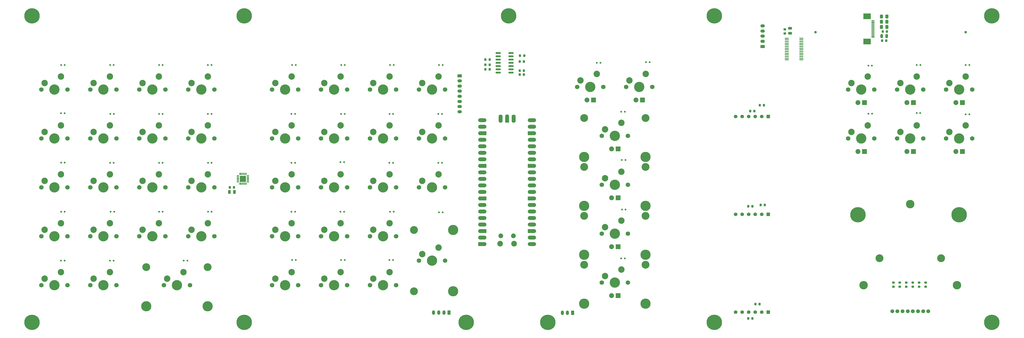
<source format=gbr>
%TF.GenerationSoftware,KiCad,Pcbnew,9.0.0*%
%TF.CreationDate,2025-03-10T19:04:21-04:00*%
%TF.ProjectId,cnc-hmi,636e632d-686d-4692-9e6b-696361645f70,rev?*%
%TF.SameCoordinates,Original*%
%TF.FileFunction,Soldermask,Bot*%
%TF.FilePolarity,Negative*%
%FSLAX46Y46*%
G04 Gerber Fmt 4.6, Leading zero omitted, Abs format (unit mm)*
G04 Created by KiCad (PCBNEW 9.0.0) date 2025-03-10 19:04:21*
%MOMM*%
%LPD*%
G01*
G04 APERTURE LIST*
G04 Aperture macros list*
%AMRoundRect*
0 Rectangle with rounded corners*
0 $1 Rounding radius*
0 $2 $3 $4 $5 $6 $7 $8 $9 X,Y pos of 4 corners*
0 Add a 4 corners polygon primitive as box body*
4,1,4,$2,$3,$4,$5,$6,$7,$8,$9,$2,$3,0*
0 Add four circle primitives for the rounded corners*
1,1,$1+$1,$2,$3*
1,1,$1+$1,$4,$5*
1,1,$1+$1,$6,$7*
1,1,$1+$1,$8,$9*
0 Add four rect primitives between the rounded corners*
20,1,$1+$1,$2,$3,$4,$5,0*
20,1,$1+$1,$4,$5,$6,$7,0*
20,1,$1+$1,$6,$7,$8,$9,0*
20,1,$1+$1,$8,$9,$2,$3,0*%
%AMFreePoly0*
4,1,37,0.800000,0.796148,0.878414,0.796148,1.032228,0.765552,1.177117,0.705537,1.307515,0.618408,1.418408,0.507515,1.505537,0.377117,1.565552,0.232228,1.596148,0.078414,1.596148,-0.078414,1.565552,-0.232228,1.505537,-0.377117,1.418408,-0.507515,1.307515,-0.618408,1.177117,-0.705537,1.032228,-0.765552,0.878414,-0.796148,0.800000,-0.796148,0.800000,-0.800000,-1.400000,-0.800000,
-1.403843,-0.796157,-1.439018,-0.796157,-1.511114,-0.766294,-1.566294,-0.711114,-1.596157,-0.639018,-1.596157,-0.603843,-1.600000,-0.600000,-1.600000,0.600000,-1.596157,0.603843,-1.596157,0.639018,-1.566294,0.711114,-1.511114,0.766294,-1.439018,0.796157,-1.403843,0.796157,-1.400000,0.800000,0.800000,0.800000,0.800000,0.796148,0.800000,0.796148,$1*%
%AMFreePoly1*
4,1,37,1.403843,0.796157,1.439018,0.796157,1.511114,0.766294,1.566294,0.711114,1.596157,0.639018,1.596157,0.603843,1.600000,0.600000,1.600000,-0.600000,1.596157,-0.603843,1.596157,-0.639018,1.566294,-0.711114,1.511114,-0.766294,1.439018,-0.796157,1.403843,-0.796157,1.400000,-0.800000,-0.800000,-0.800000,-0.800000,-0.796148,-0.878414,-0.796148,-1.032228,-0.765552,-1.177117,-0.705537,
-1.307515,-0.618408,-1.418408,-0.507515,-1.505537,-0.377117,-1.565552,-0.232228,-1.596148,-0.078414,-1.596148,0.078414,-1.565552,0.232228,-1.505537,0.377117,-1.418408,0.507515,-1.307515,0.618408,-1.177117,0.705537,-1.032228,0.765552,-0.878414,0.796148,-0.800000,0.796148,-0.800000,0.800000,1.400000,0.800000,1.403843,0.796157,1.403843,0.796157,$1*%
%AMFreePoly2*
4,1,37,1.600000,0.796148,1.678414,0.796148,1.832228,0.765552,1.977117,0.705537,2.107515,0.618408,2.218408,0.507515,2.305537,0.377117,2.365552,0.232228,2.396148,0.078414,2.396148,-0.078414,2.365552,-0.232228,2.305537,-0.377117,2.218408,-0.507515,2.107515,-0.618408,1.977117,-0.705537,1.832228,-0.765552,1.678414,-0.796148,1.600000,-0.796148,1.600000,-0.800000,-0.600000,-0.800000,
-0.603843,-0.796157,-0.639018,-0.796157,-0.711114,-0.766294,-0.766294,-0.711114,-0.796157,-0.639018,-0.796157,-0.603843,-0.800000,-0.600000,-0.800000,0.600000,-0.796157,0.603843,-0.796157,0.639018,-0.766294,0.711114,-0.711114,0.766294,-0.639018,0.796157,-0.603843,0.796157,-0.600000,0.800000,1.600000,0.800000,1.600000,0.796148,1.600000,0.796148,$1*%
G04 Aperture macros list end*
%ADD10C,1.750000*%
%ADD11C,4.000000*%
%ADD12C,2.500000*%
%ADD13C,3.048000*%
%ADD14C,3.987800*%
%ADD15R,1.905000X1.905000*%
%ADD16C,1.905000*%
%ADD17C,6.000000*%
%ADD18C,1.000000*%
%ADD19R,1.416000X1.416000*%
%ADD20C,1.416000*%
%ADD21C,3.300000*%
%ADD22C,3.050000*%
%ADD23C,1.500000*%
%ADD24RoundRect,0.225000X-0.225000X-0.250000X0.225000X-0.250000X0.225000X0.250000X-0.225000X0.250000X0*%
%ADD25RoundRect,0.150000X0.150000X0.200000X-0.150000X0.200000X-0.150000X-0.200000X0.150000X-0.200000X0*%
%ADD26RoundRect,0.200000X0.200000X0.275000X-0.200000X0.275000X-0.200000X-0.275000X0.200000X-0.275000X0*%
%ADD27R,3.000000X2.179000*%
%ADD28R,1.250000X0.300000*%
%ADD29RoundRect,0.250000X0.350000X0.625000X-0.350000X0.625000X-0.350000X-0.625000X0.350000X-0.625000X0*%
%ADD30O,1.200000X1.750000*%
%ADD31RoundRect,0.250000X0.337500X0.475000X-0.337500X0.475000X-0.337500X-0.475000X0.337500X-0.475000X0*%
%ADD32RoundRect,0.200000X-0.275000X0.200000X-0.275000X-0.200000X0.275000X-0.200000X0.275000X0.200000X0*%
%ADD33RoundRect,0.250000X0.475000X-0.250000X0.475000X0.250000X-0.475000X0.250000X-0.475000X-0.250000X0*%
%ADD34RoundRect,0.250000X-0.250000X-0.475000X0.250000X-0.475000X0.250000X0.475000X-0.250000X0.475000X0*%
%ADD35RoundRect,0.250000X-0.625000X0.350000X-0.625000X-0.350000X0.625000X-0.350000X0.625000X0.350000X0*%
%ADD36O,1.750000X1.200000*%
%ADD37RoundRect,0.225000X0.250000X-0.225000X0.250000X0.225000X-0.250000X0.225000X-0.250000X-0.225000X0*%
%ADD38C,2.200000*%
%ADD39C,1.850000*%
%ADD40FreePoly0,0.000000*%
%ADD41RoundRect,0.800000X-0.800000X-0.000010X0.800000X-0.000010X0.800000X0.000010X-0.800000X0.000010X0*%
%ADD42FreePoly1,0.000000*%
%ADD43RoundRect,0.800000X-0.000010X0.800000X-0.000010X-0.800000X0.000010X-0.800000X0.000010X0.800000X0*%
%ADD44FreePoly2,90.000000*%
%ADD45RoundRect,0.150000X0.825000X0.150000X-0.825000X0.150000X-0.825000X-0.150000X0.825000X-0.150000X0*%
%ADD46RoundRect,0.200000X-0.200000X-0.275000X0.200000X-0.275000X0.200000X0.275000X-0.200000X0.275000X0*%
%ADD47RoundRect,0.032500X-0.097500X0.387500X-0.097500X-0.387500X0.097500X-0.387500X0.097500X0.387500X0*%
%ADD48RoundRect,0.032500X-0.387500X0.097500X-0.387500X-0.097500X0.387500X-0.097500X0.387500X0.097500X0*%
%ADD49R,2.450000X2.450000*%
%ADD50RoundRect,0.051250X0.733750X0.153750X-0.733750X0.153750X-0.733750X-0.153750X0.733750X-0.153750X0*%
%ADD51RoundRect,0.250000X0.625000X-0.350000X0.625000X0.350000X-0.625000X0.350000X-0.625000X-0.350000X0*%
%ADD52RoundRect,0.225000X0.225000X0.250000X-0.225000X0.250000X-0.225000X-0.250000X0.225000X-0.250000X0*%
G04 APERTURE END LIST*
D10*
%TO.C,SW50*%
X256540000Y-75225000D03*
D11*
X261620000Y-75225000D03*
D10*
X266700000Y-75225000D03*
D12*
X257810000Y-72685000D03*
X264160000Y-70145000D03*
%TD*%
D10*
%TO.C,SW12*%
X175895000Y-114300000D03*
D11*
X180975000Y-114300000D03*
D10*
X186055000Y-114300000D03*
D12*
X177165000Y-111760000D03*
X183515000Y-109220000D03*
%TD*%
D10*
%TO.C,SW3*%
X156845000Y-76200000D03*
D11*
X161925000Y-76200000D03*
D10*
X167005000Y-76200000D03*
D12*
X158115000Y-73660000D03*
X164465000Y-71120000D03*
%TD*%
D10*
%TO.C,SW6*%
X137795000Y-95250000D03*
D11*
X142875000Y-95250000D03*
D10*
X147955000Y-95250000D03*
D12*
X139065000Y-92710000D03*
X145415000Y-90170000D03*
%TD*%
D13*
%TO.C,ST6*%
X240157000Y-87290000D03*
D14*
X240157000Y-102500000D03*
D13*
X264033000Y-87290000D03*
D14*
X264033000Y-102500000D03*
%TD*%
D10*
%TO.C,SW16*%
X175895000Y-142875000D03*
D11*
X180975000Y-142875000D03*
D10*
X186055000Y-142875000D03*
D12*
X177165000Y-140335000D03*
X183515000Y-137795000D03*
%TD*%
D15*
%TO.C,LED6*%
X387350000Y-100330000D03*
D16*
X384810000Y-100330000D03*
%TD*%
D10*
%TO.C,SW48*%
X247015000Y-151425000D03*
D11*
X252095000Y-151425000D03*
D10*
X257175000Y-151425000D03*
D12*
X248285000Y-148885000D03*
X254635000Y-146345000D03*
%TD*%
D10*
%TO.C,SW26*%
X67118000Y-95250000D03*
D11*
X72198000Y-95250000D03*
D10*
X77278000Y-95250000D03*
D12*
X68388000Y-92710000D03*
X74738000Y-90170000D03*
%TD*%
D10*
%TO.C,SW8*%
X175895000Y-95250000D03*
D11*
X180975000Y-95250000D03*
D10*
X186055000Y-95250000D03*
D12*
X177165000Y-92710000D03*
X183515000Y-90170000D03*
%TD*%
D17*
%TO.C,H10*%
X398780000Y-47498000D03*
%TD*%
D10*
%TO.C,SW9*%
X118745000Y-114300000D03*
D11*
X123825000Y-114300000D03*
D10*
X128905000Y-114300000D03*
D12*
X120015000Y-111760000D03*
X126365000Y-109220000D03*
%TD*%
D17*
%TO.C,H11*%
X398780000Y-166878000D03*
%TD*%
D10*
%TO.C,SW38*%
X76643000Y-152400000D03*
D11*
X81723000Y-152400000D03*
D10*
X86803000Y-152400000D03*
D12*
X77913000Y-149860000D03*
X84263000Y-147320000D03*
%TD*%
D15*
%TO.C,LED2*%
X368300000Y-81280000D03*
D16*
X365760000Y-81280000D03*
%TD*%
D10*
%TO.C,SW49*%
X237490000Y-75225000D03*
D11*
X242570000Y-75225000D03*
D10*
X247650000Y-75225000D03*
D12*
X238760000Y-72685000D03*
X245110000Y-70145000D03*
%TD*%
D15*
%TO.C,LED5*%
X368300000Y-100330000D03*
D16*
X365760000Y-100330000D03*
%TD*%
D10*
%TO.C,SW22*%
X67118000Y-76200000D03*
D11*
X72198000Y-76200000D03*
D10*
X77278000Y-76200000D03*
D12*
X68388000Y-73660000D03*
X74738000Y-71120000D03*
%TD*%
D18*
%TO.C,H16*%
X330200000Y-53848000D03*
%TD*%
D10*
%TO.C,SW34*%
X67118000Y-133350000D03*
D11*
X72198000Y-133350000D03*
D10*
X77278000Y-133350000D03*
D12*
X68388000Y-130810000D03*
X74738000Y-128270000D03*
%TD*%
D10*
%TO.C,SW29*%
X48068000Y-114300000D03*
D11*
X53148000Y-114300000D03*
D10*
X58228000Y-114300000D03*
D12*
X49338000Y-111760000D03*
X55688000Y-109220000D03*
%TD*%
D10*
%TO.C,SW13*%
X118745000Y-133350000D03*
D11*
X123825000Y-133350000D03*
D10*
X128905000Y-133350000D03*
D12*
X120015000Y-130810000D03*
X126365000Y-128270000D03*
%TD*%
D10*
%TO.C,SW20*%
X29018000Y-76200000D03*
D11*
X34098000Y-76200000D03*
D10*
X39178000Y-76200000D03*
D12*
X30288000Y-73660000D03*
X36638000Y-71120000D03*
%TD*%
D10*
%TO.C,SW24*%
X29018000Y-95250000D03*
D11*
X34098000Y-95250000D03*
D10*
X39178000Y-95250000D03*
D12*
X30288000Y-92710000D03*
X36638000Y-90170000D03*
%TD*%
D10*
%TO.C,SW23*%
X86168000Y-76200000D03*
D11*
X91248000Y-76200000D03*
D10*
X96328000Y-76200000D03*
D12*
X87438000Y-73660000D03*
X93788000Y-71120000D03*
%TD*%
D10*
%TO.C,SW44*%
X381000000Y-95250000D03*
D11*
X386080000Y-95250000D03*
D10*
X391160000Y-95250000D03*
D12*
X382270000Y-92710000D03*
X388620000Y-90170000D03*
%TD*%
D10*
%TO.C,SW31*%
X86168000Y-114300000D03*
D11*
X91248000Y-114300000D03*
D10*
X96328000Y-114300000D03*
D12*
X87438000Y-111760000D03*
X93788000Y-109220000D03*
%TD*%
D10*
%TO.C,SW30*%
X67118000Y-114300000D03*
D11*
X72198000Y-114300000D03*
D10*
X77278000Y-114300000D03*
D12*
X68388000Y-111760000D03*
X74738000Y-109220000D03*
%TD*%
D10*
%TO.C,SW35*%
X86168000Y-133350000D03*
D11*
X91248000Y-133350000D03*
D10*
X96328000Y-133350000D03*
D12*
X87438000Y-130810000D03*
X93788000Y-128270000D03*
%TD*%
D15*
%TO.C,LED12*%
X253365000Y-156505000D03*
D16*
X250825000Y-156505000D03*
%TD*%
D19*
%TO.C,S3*%
X311785000Y-162945000D03*
D20*
X309245000Y-162945000D03*
X306705000Y-162945000D03*
X304165000Y-162945000D03*
X301625000Y-162945000D03*
X299085000Y-162945000D03*
%TD*%
D13*
%TO.C,ST1*%
X173990000Y-154813000D03*
D14*
X189200000Y-154813000D03*
D13*
X173990000Y-130937000D03*
D14*
X189200000Y-130937000D03*
%TD*%
D10*
%TO.C,SW10*%
X137795000Y-114300000D03*
D11*
X142875000Y-114300000D03*
D10*
X147955000Y-114300000D03*
D12*
X139065000Y-111760000D03*
X145415000Y-109220000D03*
%TD*%
D15*
%TO.C,LED4*%
X349250000Y-100330000D03*
D16*
X346710000Y-100330000D03*
%TD*%
D10*
%TO.C,SW43*%
X361950000Y-95250000D03*
D11*
X367030000Y-95250000D03*
D10*
X372110000Y-95250000D03*
D12*
X363220000Y-92710000D03*
X369570000Y-90170000D03*
%TD*%
D10*
%TO.C,SW4*%
X175895000Y-76200000D03*
D11*
X180975000Y-76200000D03*
D10*
X186055000Y-76200000D03*
D12*
X177165000Y-73660000D03*
X183515000Y-71120000D03*
%TD*%
D10*
%TO.C,SW32*%
X29018000Y-133350000D03*
D11*
X34098000Y-133350000D03*
D10*
X39178000Y-133350000D03*
D12*
X30288000Y-130810000D03*
X36638000Y-128270000D03*
%TD*%
D10*
%TO.C,SW1*%
X118745000Y-76200000D03*
D11*
X123825000Y-76200000D03*
D10*
X128905000Y-76200000D03*
D12*
X120015000Y-73660000D03*
X126365000Y-71120000D03*
%TD*%
D18*
%TO.C,H17*%
X388620000Y-53848000D03*
%TD*%
D10*
%TO.C,SW21*%
X48068000Y-76200000D03*
D11*
X53148000Y-76200000D03*
D10*
X58228000Y-76200000D03*
D12*
X49338000Y-73660000D03*
X55688000Y-71120000D03*
%TD*%
D10*
%TO.C,SW36*%
X29018000Y-152400000D03*
D11*
X34098000Y-152400000D03*
D10*
X39178000Y-152400000D03*
D12*
X30288000Y-149860000D03*
X36638000Y-147320000D03*
%TD*%
D10*
%TO.C,SW41*%
X381000000Y-76200000D03*
D11*
X386080000Y-76200000D03*
D10*
X391160000Y-76200000D03*
D12*
X382270000Y-73660000D03*
X388620000Y-71120000D03*
%TD*%
D17*
%TO.C,H9*%
X290830000Y-47498000D03*
%TD*%
D15*
%TO.C,LED8*%
X262890000Y-80305000D03*
D16*
X260350000Y-80305000D03*
%TD*%
D10*
%TO.C,SW25*%
X48068000Y-95250000D03*
D11*
X53148000Y-95250000D03*
D10*
X58228000Y-95250000D03*
D12*
X49338000Y-92710000D03*
X55688000Y-90170000D03*
%TD*%
D13*
%TO.C,ST4*%
X240157000Y-125390000D03*
D14*
X240157000Y-140600000D03*
D13*
X264033000Y-125390000D03*
D14*
X264033000Y-140600000D03*
%TD*%
D10*
%TO.C,SW18*%
X137795000Y-152400000D03*
D11*
X142875000Y-152400000D03*
D10*
X147955000Y-152400000D03*
D12*
X139065000Y-149860000D03*
X145415000Y-147320000D03*
%TD*%
D15*
%TO.C,LED3*%
X387350000Y-81280000D03*
D16*
X384810000Y-81280000D03*
%TD*%
D10*
%TO.C,SW28*%
X29018000Y-114300000D03*
D11*
X34098000Y-114300000D03*
D10*
X39178000Y-114300000D03*
D12*
X30288000Y-111760000D03*
X36638000Y-109220000D03*
%TD*%
D17*
%TO.C,H2*%
X25400000Y-166878000D03*
%TD*%
%TO.C,H4*%
X107950000Y-166878000D03*
%TD*%
D10*
%TO.C,SW27*%
X86168000Y-95250000D03*
D11*
X91248000Y-95250000D03*
D10*
X96328000Y-95250000D03*
D12*
X87438000Y-92710000D03*
X93788000Y-90170000D03*
%TD*%
D17*
%TO.C,H3*%
X107950000Y-47498000D03*
%TD*%
D10*
%TO.C,SW40*%
X361950000Y-76200000D03*
D11*
X367030000Y-76200000D03*
D10*
X372110000Y-76200000D03*
D12*
X363220000Y-73660000D03*
X369570000Y-71120000D03*
%TD*%
D15*
%TO.C,LED10*%
X253365000Y-118405000D03*
D16*
X250825000Y-118405000D03*
%TD*%
D15*
%TO.C,LED7*%
X243840000Y-80305000D03*
D16*
X241300000Y-80305000D03*
%TD*%
D10*
%TO.C,SW11*%
X156845000Y-114300000D03*
D11*
X161925000Y-114300000D03*
D10*
X167005000Y-114300000D03*
D12*
X158115000Y-111760000D03*
X164465000Y-109220000D03*
%TD*%
D10*
%TO.C,SW46*%
X247015000Y-113325000D03*
D11*
X252095000Y-113325000D03*
D10*
X257175000Y-113325000D03*
D12*
X248285000Y-110785000D03*
X254635000Y-108245000D03*
%TD*%
D13*
%TO.C,ST5*%
X240157000Y-106340000D03*
D14*
X240157000Y-121550000D03*
D13*
X264033000Y-106340000D03*
D14*
X264033000Y-121550000D03*
%TD*%
D10*
%TO.C,SW17*%
X118745000Y-152400000D03*
D11*
X123825000Y-152400000D03*
D10*
X128905000Y-152400000D03*
D12*
X120015000Y-149860000D03*
X126365000Y-147320000D03*
%TD*%
D10*
%TO.C,SW45*%
X247015000Y-94275000D03*
D11*
X252095000Y-94275000D03*
D10*
X257175000Y-94275000D03*
D12*
X248285000Y-91735000D03*
X254635000Y-89195000D03*
%TD*%
D10*
%TO.C,SW2*%
X137795000Y-76200000D03*
D11*
X142875000Y-76200000D03*
D10*
X147955000Y-76200000D03*
D12*
X139065000Y-73660000D03*
X145415000Y-71120000D03*
%TD*%
D15*
%TO.C,LED11*%
X253365000Y-137455000D03*
D16*
X250825000Y-137455000D03*
%TD*%
D19*
%TO.C,S2*%
X311785000Y-124845000D03*
D20*
X309245000Y-124845000D03*
X306705000Y-124845000D03*
X304165000Y-124845000D03*
X301625000Y-124845000D03*
X299085000Y-124845000D03*
%TD*%
D15*
%TO.C,LED9*%
X253365000Y-99355000D03*
D16*
X250825000Y-99355000D03*
%TD*%
D10*
%TO.C,SW5*%
X118745000Y-95250000D03*
D11*
X123825000Y-95250000D03*
D10*
X128905000Y-95250000D03*
D12*
X120015000Y-92710000D03*
X126365000Y-90170000D03*
%TD*%
D10*
%TO.C,SW14*%
X137795000Y-133350000D03*
D11*
X142875000Y-133350000D03*
D10*
X147955000Y-133350000D03*
D12*
X139065000Y-130810000D03*
X145415000Y-128270000D03*
%TD*%
D10*
%TO.C,SW33*%
X48068000Y-133350000D03*
D11*
X53148000Y-133350000D03*
D10*
X58228000Y-133350000D03*
D12*
X49338000Y-130810000D03*
X55688000Y-128270000D03*
%TD*%
D10*
%TO.C,SW42*%
X342900000Y-95250000D03*
D11*
X347980000Y-95250000D03*
D10*
X353060000Y-95250000D03*
D12*
X344170000Y-92710000D03*
X350520000Y-90170000D03*
%TD*%
D10*
%TO.C,SW47*%
X247015000Y-132375000D03*
D11*
X252095000Y-132375000D03*
D10*
X257175000Y-132375000D03*
D12*
X248285000Y-129835000D03*
X254635000Y-127295000D03*
%TD*%
D17*
%TO.C,H15*%
X386080000Y-124968000D03*
%TD*%
D15*
%TO.C,LED1*%
X349250000Y-81280000D03*
D16*
X346710000Y-81280000D03*
%TD*%
D17*
%TO.C,H5*%
X210820000Y-47498000D03*
%TD*%
%TO.C,H6*%
X194310000Y-166878000D03*
%TD*%
D10*
%TO.C,SW37*%
X48068000Y-152400000D03*
D11*
X53148000Y-152400000D03*
D10*
X58228000Y-152400000D03*
D12*
X49338000Y-149860000D03*
X55688000Y-147320000D03*
%TD*%
D17*
%TO.C,H8*%
X290830000Y-166878000D03*
%TD*%
D13*
%TO.C,ST2*%
X69785000Y-145415000D03*
D14*
X69785000Y-160625000D03*
D13*
X93661000Y-145415000D03*
D14*
X93661000Y-160625000D03*
%TD*%
D10*
%TO.C,SW19*%
X156845000Y-152400000D03*
D11*
X161925000Y-152400000D03*
D10*
X167005000Y-152400000D03*
D12*
X158115000Y-149860000D03*
X164465000Y-147320000D03*
%TD*%
D17*
%TO.C,H1*%
X25400000Y-47498000D03*
%TD*%
D13*
%TO.C,ST3*%
X240157000Y-144440000D03*
D14*
X240157000Y-159650000D03*
D13*
X264033000Y-144440000D03*
D14*
X264033000Y-159650000D03*
%TD*%
D19*
%TO.C,S1*%
X311785000Y-86745000D03*
D20*
X309245000Y-86745000D03*
X306705000Y-86745000D03*
X304165000Y-86745000D03*
X301625000Y-86745000D03*
X299085000Y-86745000D03*
%TD*%
D10*
%TO.C,SW7*%
X156845000Y-95250000D03*
D11*
X161925000Y-95250000D03*
D10*
X167005000Y-95250000D03*
D12*
X158115000Y-92710000D03*
X164465000Y-90170000D03*
%TD*%
D17*
%TO.C,H7*%
X226060000Y-166878000D03*
%TD*%
%TO.C,H14*%
X346710000Y-124968000D03*
%TD*%
D21*
%TO.C,ENC1*%
X348843000Y-152400000D03*
D22*
X355030000Y-141900000D03*
D21*
X367030000Y-120900000D03*
D22*
X379030000Y-141900000D03*
D21*
X385217000Y-152400000D03*
D23*
X360030000Y-162600000D03*
X362030000Y-162600000D03*
X364030000Y-162600000D03*
X368030000Y-162600000D03*
X366030000Y-162600000D03*
X372030000Y-162600000D03*
X374030000Y-162600000D03*
X370030000Y-162600000D03*
%TD*%
D10*
%TO.C,SW15*%
X156845000Y-133350000D03*
D11*
X161925000Y-133350000D03*
D10*
X167005000Y-133350000D03*
D12*
X158115000Y-130810000D03*
X164465000Y-128270000D03*
%TD*%
D10*
%TO.C,SW39*%
X342900000Y-76200000D03*
D11*
X347980000Y-76200000D03*
D10*
X353060000Y-76200000D03*
D12*
X344170000Y-73660000D03*
X350520000Y-71120000D03*
%TD*%
D24*
%TO.C,C8*%
X356095000Y-57150000D03*
X357645000Y-57150000D03*
%TD*%
D25*
%TO.C,D11*%
X164400000Y-104775000D03*
X165800000Y-104775000D03*
%TD*%
D24*
%TO.C,C4*%
X102349000Y-114300000D03*
X103899000Y-114300000D03*
%TD*%
D25*
%TO.C,D33*%
X55942000Y-123825000D03*
X57342000Y-123825000D03*
%TD*%
D26*
%TO.C,R15*%
X308419000Y-159766000D03*
X306769000Y-159766000D03*
%TD*%
D27*
%TO.C,LCD1*%
X350227000Y-57501500D03*
X350227000Y-47742500D03*
D28*
X352552000Y-55872000D03*
X352552000Y-55372000D03*
X352552000Y-54872000D03*
X352552000Y-54372000D03*
X352552000Y-53872000D03*
X352552000Y-53372000D03*
X352552000Y-52872000D03*
X352552000Y-52372000D03*
X352552000Y-51872000D03*
X352552000Y-51372000D03*
X352552000Y-50872000D03*
X352552000Y-50372000D03*
X352552000Y-49872000D03*
X352552000Y-49372000D03*
%TD*%
D26*
%TO.C,R7*%
X357949000Y-53594000D03*
X356299000Y-53594000D03*
%TD*%
D25*
%TO.C,D31*%
X93850000Y-104775000D03*
X95250000Y-104775000D03*
%TD*%
D29*
%TO.C,J2*%
X187610000Y-163068000D03*
D30*
X185610000Y-163068000D03*
X183610000Y-163068000D03*
X181610000Y-163068000D03*
%TD*%
D25*
%TO.C,D14*%
X145350000Y-123825000D03*
X146750000Y-123825000D03*
%TD*%
D31*
%TO.C,C3*%
X357907500Y-47752000D03*
X355832500Y-47752000D03*
%TD*%
D25*
%TO.C,D3*%
X164654000Y-66675000D03*
X166054000Y-66675000D03*
%TD*%
%TO.C,D4*%
X183704000Y-66675000D03*
X185104000Y-66675000D03*
%TD*%
D32*
%TO.C,R3*%
X367979000Y-151385000D03*
X367979000Y-153035000D03*
%TD*%
D33*
%TO.C,C7*%
X320294000Y-54290000D03*
X320294000Y-52390000D03*
%TD*%
D25*
%TO.C,D35*%
X93850000Y-123825000D03*
X95250000Y-123825000D03*
%TD*%
%TO.C,D49*%
X245110000Y-65786000D03*
X246510000Y-65786000D03*
%TD*%
D34*
%TO.C,C9*%
X355920000Y-55372000D03*
X357820000Y-55372000D03*
%TD*%
%TO.C,C5*%
X102174000Y-116078000D03*
X104074000Y-116078000D03*
%TD*%
D25*
%TO.C,D29*%
X55750000Y-104775000D03*
X57150000Y-104775000D03*
%TD*%
%TO.C,D47*%
X254886000Y-122936000D03*
X256286000Y-122936000D03*
%TD*%
D32*
%TO.C,R5*%
X362959000Y-151385000D03*
X362959000Y-153035000D03*
%TD*%
D25*
%TO.C,D17*%
X126554000Y-142621000D03*
X127954000Y-142621000D03*
%TD*%
%TO.C,D8*%
X183450000Y-85725000D03*
X184850000Y-85725000D03*
%TD*%
D26*
%TO.C,R10*%
X216725000Y-68834000D03*
X215075000Y-68834000D03*
%TD*%
D25*
%TO.C,D24*%
X36638000Y-85471000D03*
X38038000Y-85471000D03*
%TD*%
%TO.C,D18*%
X145604000Y-142621000D03*
X147004000Y-142621000D03*
%TD*%
%TO.C,D37*%
X55688000Y-142875000D03*
X57088000Y-142875000D03*
%TD*%
D35*
%TO.C,J3*%
X191770000Y-70866000D03*
D36*
X191770000Y-72866000D03*
X191770000Y-74866000D03*
X191770000Y-76866000D03*
X191770000Y-78866000D03*
X191770000Y-80866000D03*
X191770000Y-82866000D03*
X191770000Y-84866000D03*
%TD*%
D25*
%TO.C,D19*%
X164400000Y-142621000D03*
X165800000Y-142621000D03*
%TD*%
%TO.C,D38*%
X84390000Y-142875000D03*
X85790000Y-142875000D03*
%TD*%
D26*
%TO.C,R14*%
X310451000Y-121158000D03*
X308801000Y-121158000D03*
%TD*%
D25*
%TO.C,D21*%
X55750000Y-66675000D03*
X57150000Y-66675000D03*
%TD*%
D24*
%TO.C,C11*%
X304787000Y-84582000D03*
X306337000Y-84582000D03*
%TD*%
D37*
%TO.C,C6*%
X318262000Y-54369000D03*
X318262000Y-52819000D03*
%TD*%
D25*
%TO.C,D36*%
X36638000Y-142875000D03*
X38038000Y-142875000D03*
%TD*%
%TO.C,D43*%
X369505000Y-85344000D03*
X370905000Y-85344000D03*
%TD*%
%TO.C,D28*%
X36700000Y-104648000D03*
X38100000Y-104648000D03*
%TD*%
%TO.C,D20*%
X36700000Y-66675000D03*
X38100000Y-66675000D03*
%TD*%
%TO.C,D27*%
X93788000Y-85725000D03*
X95188000Y-85725000D03*
%TD*%
%TO.C,D41*%
X388617000Y-66675000D03*
X390017000Y-66675000D03*
%TD*%
D32*
%TO.C,R2*%
X370489000Y-151385000D03*
X370489000Y-153035000D03*
%TD*%
D25*
%TO.C,D1*%
X126554000Y-66675000D03*
X127954000Y-66675000D03*
%TD*%
D26*
%TO.C,R8*%
X216849000Y-62992000D03*
X215199000Y-62992000D03*
%TD*%
D29*
%TO.C,J1*%
X235680000Y-163158000D03*
D30*
X233680000Y-163158000D03*
X231680000Y-163158000D03*
%TD*%
D38*
%TO.C,A1*%
X207460000Y-136268000D03*
D39*
X207760000Y-133238000D03*
X212610000Y-133238000D03*
D38*
X212910000Y-136268000D03*
D40*
X200495000Y-136398000D03*
D41*
X200495000Y-133858000D03*
D42*
X200495000Y-131318000D03*
D41*
X200495000Y-128778000D03*
X200495000Y-126238000D03*
X200495000Y-123698000D03*
X200495000Y-121158000D03*
D42*
X200495000Y-118618000D03*
D41*
X200495000Y-116078000D03*
X200495000Y-113538000D03*
X200495000Y-110998000D03*
X200495000Y-108458000D03*
D42*
X200495000Y-105918000D03*
D41*
X200495000Y-103378000D03*
X200495000Y-100838000D03*
X200495000Y-98298000D03*
X200495000Y-95758000D03*
D42*
X200495000Y-93218000D03*
D41*
X200495000Y-90678000D03*
X200495000Y-88138000D03*
X219875000Y-88138000D03*
X219875000Y-90678000D03*
D40*
X219875000Y-93218000D03*
D41*
X219875000Y-95758000D03*
X219875000Y-98298000D03*
X219875000Y-100838000D03*
X219875000Y-103378000D03*
D40*
X219875000Y-105918000D03*
D41*
X219875000Y-108458000D03*
X219875000Y-110998000D03*
X219875000Y-113538000D03*
X219875000Y-116078000D03*
D40*
X219875000Y-118618000D03*
D41*
X219875000Y-121158000D03*
X219875000Y-123698000D03*
X219875000Y-126238000D03*
X219875000Y-128778000D03*
D40*
X219875000Y-131318000D03*
D41*
X219875000Y-133858000D03*
X219875000Y-136398000D03*
D43*
X207645000Y-87568000D03*
D44*
X210185000Y-88368000D03*
D43*
X212725000Y-87568000D03*
%TD*%
D45*
%TO.C,U3*%
X211706000Y-61976000D03*
X211706000Y-63246000D03*
X211706000Y-64516000D03*
X211706000Y-65786000D03*
X211706000Y-67056000D03*
X211706000Y-68326000D03*
X211706000Y-69596000D03*
X206756000Y-69596000D03*
X206756000Y-68326000D03*
X206756000Y-67056000D03*
X206756000Y-65786000D03*
X206756000Y-64516000D03*
X206756000Y-63246000D03*
X206756000Y-61976000D03*
%TD*%
D25*
%TO.C,D23*%
X93788000Y-66675000D03*
X95188000Y-66675000D03*
%TD*%
%TO.C,D30*%
X74800000Y-104775000D03*
X76200000Y-104775000D03*
%TD*%
%TO.C,D32*%
X36700000Y-123825000D03*
X38100000Y-123825000D03*
%TD*%
D32*
%TO.C,R1*%
X372999000Y-151385000D03*
X372999000Y-153035000D03*
%TD*%
D25*
%TO.C,D25*%
X55812000Y-85725000D03*
X57212000Y-85725000D03*
%TD*%
D26*
%TO.C,R9*%
X216725000Y-65278000D03*
X215075000Y-65278000D03*
%TD*%
D25*
%TO.C,D6*%
X145604000Y-85725000D03*
X147004000Y-85725000D03*
%TD*%
%TO.C,D26*%
X74800000Y-85725000D03*
X76200000Y-85725000D03*
%TD*%
%TO.C,D50*%
X264222000Y-65532000D03*
X265622000Y-65532000D03*
%TD*%
D32*
%TO.C,R6*%
X360449000Y-151385000D03*
X360449000Y-153035000D03*
%TD*%
D25*
%TO.C,D22*%
X74800000Y-66675000D03*
X76200000Y-66675000D03*
%TD*%
%TO.C,D16*%
X183704000Y-124079000D03*
X185104000Y-124079000D03*
%TD*%
%TO.C,D13*%
X126300000Y-123825000D03*
X127700000Y-123825000D03*
%TD*%
D24*
%TO.C,C13*%
X304025000Y-165354000D03*
X305575000Y-165354000D03*
%TD*%
D46*
%TO.C,R13*%
X201737000Y-64516000D03*
X203387000Y-64516000D03*
%TD*%
D25*
%TO.C,D46*%
X254824000Y-103632000D03*
X256224000Y-103632000D03*
%TD*%
D47*
%TO.C,U1*%
X106180000Y-109063000D03*
X106680000Y-109063000D03*
X107180000Y-109063000D03*
X107680000Y-109063000D03*
X108180000Y-109063000D03*
X108680000Y-109063000D03*
D48*
X109365000Y-109748000D03*
X109365000Y-110248000D03*
X109365000Y-110748000D03*
X109365000Y-111248000D03*
X109365000Y-111748000D03*
X109365000Y-112248000D03*
D47*
X108680000Y-112933000D03*
X108180000Y-112933000D03*
X107680000Y-112933000D03*
X107180000Y-112933000D03*
X106680000Y-112933000D03*
X106180000Y-112933000D03*
D48*
X105495000Y-112248000D03*
X105495000Y-111748000D03*
X105495000Y-111248000D03*
X105495000Y-110748000D03*
X105495000Y-110248000D03*
X105495000Y-109748000D03*
D49*
X107430000Y-110998000D03*
%TD*%
D25*
%TO.C,D9*%
X126300000Y-104775000D03*
X127700000Y-104775000D03*
%TD*%
%TO.C,D2*%
X145666000Y-66675000D03*
X147066000Y-66675000D03*
%TD*%
%TO.C,D5*%
X126300000Y-85725000D03*
X127700000Y-85725000D03*
%TD*%
D31*
%TO.C,C1*%
X357907500Y-51816000D03*
X355832500Y-51816000D03*
%TD*%
D25*
%TO.C,D34*%
X74800000Y-123825000D03*
X76200000Y-123825000D03*
%TD*%
%TO.C,D10*%
X145350000Y-104521000D03*
X146750000Y-104521000D03*
%TD*%
D31*
%TO.C,C2*%
X357907500Y-49784000D03*
X355832500Y-49784000D03*
%TD*%
D46*
%TO.C,R12*%
X201737000Y-66548000D03*
X203387000Y-66548000D03*
%TD*%
D25*
%TO.C,D15*%
X164654000Y-123825000D03*
X166054000Y-123825000D03*
%TD*%
%TO.C,D44*%
X388617000Y-85852000D03*
X390017000Y-85852000D03*
%TD*%
%TO.C,D39*%
X350709000Y-66929000D03*
X352109000Y-66929000D03*
%TD*%
D50*
%TO.C,U2*%
X324688000Y-56227000D03*
X324688000Y-56877000D03*
X324688000Y-57527000D03*
X324688000Y-58177000D03*
X324688000Y-58827000D03*
X324688000Y-59477000D03*
X324688000Y-60127000D03*
X324688000Y-60777000D03*
X324688000Y-61427000D03*
X324688000Y-62077000D03*
X324688000Y-62727000D03*
X324688000Y-63377000D03*
X324688000Y-64027000D03*
X324688000Y-64677000D03*
X318948000Y-64677000D03*
X318948000Y-64027000D03*
X318948000Y-63377000D03*
X318948000Y-62727000D03*
X318948000Y-62077000D03*
X318948000Y-61427000D03*
X318948000Y-60777000D03*
X318948000Y-60127000D03*
X318948000Y-59477000D03*
X318948000Y-58827000D03*
X318948000Y-58177000D03*
X318948000Y-57527000D03*
X318948000Y-56877000D03*
X318948000Y-56227000D03*
%TD*%
D25*
%TO.C,D12*%
X183450000Y-104775000D03*
X184850000Y-104775000D03*
%TD*%
%TO.C,D7*%
X164462000Y-85725000D03*
X165862000Y-85725000D03*
%TD*%
%TO.C,D42*%
X350771000Y-85598000D03*
X352171000Y-85598000D03*
%TD*%
D26*
%TO.C,R16*%
X310134000Y-82296000D03*
X308484000Y-82296000D03*
%TD*%
D24*
%TO.C,C12*%
X304025000Y-121666000D03*
X305575000Y-121666000D03*
%TD*%
D25*
%TO.C,D40*%
X369567000Y-66675000D03*
X370967000Y-66675000D03*
%TD*%
D46*
%TO.C,R11*%
X201737000Y-68326000D03*
X203387000Y-68326000D03*
%TD*%
D51*
%TO.C,J4*%
X309626000Y-59436000D03*
D36*
X309626000Y-57436000D03*
X309626000Y-55436000D03*
X309626000Y-53436000D03*
X309626000Y-51436000D03*
%TD*%
D25*
%TO.C,D48*%
X254570000Y-141986000D03*
X255970000Y-141986000D03*
%TD*%
%TO.C,D45*%
X254570000Y-84836000D03*
X255970000Y-84836000D03*
%TD*%
D52*
%TO.C,C10*%
X216675000Y-70358000D03*
X215125000Y-70358000D03*
%TD*%
D32*
%TO.C,R4*%
X365469000Y-151385000D03*
X365469000Y-153035000D03*
%TD*%
M02*

</source>
